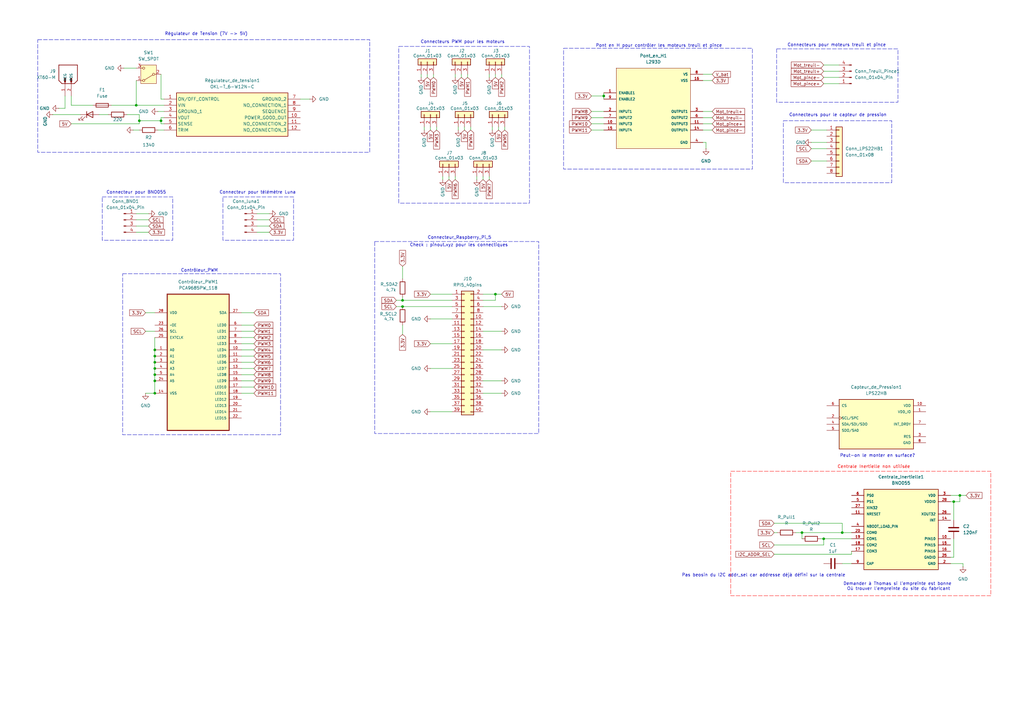
<source format=kicad_sch>
(kicad_sch (version 20250114) (generator "eeschema") (generator_version "9.0")
  (paper "A3")
  (title_block (title "Schéma de la carte électronique principale - Projet COBRA 2025") (date "2025-11-28") (company "ENS Paris-Saclay - Anis SAMLALI, Matisse Morote--Humbert, Lucie Stagnavo, Lisa Wu"))
  (rectangle (start 321.31 49.53) (end 365.76 74.93) (stroke (width 0) (type dash)))
  (rectangle (start 70.866 97.536) (end 70.866 97.536))
  (rectangle (start 120.396 97.536) (end 120.396 97.536))
  (rectangle (start 163.576 19.05) (end 217.17 83.312) (stroke (width 0) (type dash)))
  (rectangle (start 231.14 19.812) (end 308.61 69.342) (stroke (width 0) (type dash)))
  (rectangle (start 318.516 20.066) (end 368.3 41.91) (stroke (width 0) (type dash)))
  (rectangle (start 299.72 193.294) (end 406.4 244.348) (stroke (width 0) (type dash) (color 254 0 0 1)))
  (rectangle (start 50.292 112.268) (end 115.062 178.308) (stroke (width 0) (type dash)))
  (rectangle (start 15.494 16.256) (end 151.638 62.484) (stroke (width 0) (type dash)))
  (rectangle (start 91.44 80.772) (end 120.396 98.552) (stroke (width 0) (type dash)))
  (rectangle (start 41.91 80.772) (end 70.866 98.552) (stroke (width 0) (type dash)))
  (rectangle (start 153.67 99.06) (end 220.98 177.8) (stroke (width 0) (type dash)))
  (text "Pas beosin du I2C addr_sel car addresse déjà défini sur la centrale\n" (at 313.182 235.966 0) (effects (font (size 1.27 1.27))))
  (text "Pont en H pour contrôler les moteurs treuil et pince\n" (at 270.256 18.796 0) (effects (font (size 1.27 1.27))))
  (text "Connecteur_Raspberry_Pi_5\n" (at 188.468 97.536 0) (effects (font (size 1.27 1.27))))
  (text "Connecteurs PWM pour les moteurs \n" (at 190.246 17.272 0) (effects (font (size 1.27 1.27))))
  (text "Check : pinout.xyz pour les connectiques\n" (at 188.214 100.584 0) (effects (font (size 1.27 1.27))))
  (text "Régulateur de Tension (7V -> 5V)\n" (at 84.582 13.97 0) (effects (font (size 1.27 1.27))))
  (text "Connecteurs pour le capteur de pression\n" (at 343.662 47.244 0) (effects (font (size 1.27 1.27))))
  (text "Contrôleur_PWM\n" (at 81.788 110.998 0) (effects (font (size 1.27 1.27))))
  (text "Centrale Inertielle non utilisée\n" (at 358.394 191.516 0) (effects (font (size 1.27 1.27))))
  (text "Connecteurs pour moteurs treuil et pince" (at 343.154 18.542 0) (effects (font (size 1.27 1.27))))
  (text "Connecteur pour BNO055\n" (at 55.88 78.994 0) (effects (font (size 1.27 1.27))))
  (text "Demander à Thomas si l'empreinte est bonne \nOù trouver l'empreinte du site du fabricant\n" (at 368.554 240.538 0) (effects (font (size 1.27 1.27))))
  (text "Peut-on le monter en surface?" (at 359.918 186.944 0) (effects (font (size 1.27 1.27))))
  (text "Connecteur pour télémètre Luna\n\n\n" (at 105.664 81.026 0) (effects (font (size 1.27 1.27))))
  (junction (at 63.5 146.05))
  (junction (at 63.5 156.21))
  (junction (at 393.7 203.2))
  (junction (at 328.93 218.44))
  (junction (at 55.88 43.18))
  (junction (at 345.44 218.44))
  (junction (at 203.2 120.65))
  (junction (at 63.5 143.51))
  (junction (at 63.5 153.67))
  (junction (at 165.1 123.19))
  (junction (at 391.16 205.74))
  (junction (at 57.15 49.53))
  (junction (at 165.1 125.73))
  (junction (at 63.5 161.29))
  (junction (at 66.04 49.53))
  (junction (at 247.65 39.37))
  (junction (at 337.82 220.98))
  (junction (at 63.5 148.59))
  (junction (at 63.5 151.13))
  (wire (pts (xy 123.19 40.64) (xy 127 40.64)))
  (wire (pts (xy 59.69 128.27) (xy 63.5 128.27)))
  (wire (pts (xy 165.1 123.19) (xy 165.1 121.92)))
  (wire (pts (xy 332.74 58.42) (xy 339.09 58.42)))
  (wire (pts (xy 66.04 49.53) (xy 66.04 50.8)))
  (wire (pts (xy 165.1 109.22) (xy 165.1 114.3)))
  (wire (pts (xy 337.82 220.98) (xy 337.82 223.52)))
  (wire (pts (xy 105.41 92.71) (xy 110.49 92.71)))
  (wire (pts (xy 337.82 34.29) (xy 344.17 34.29)))
  (wire (pts (xy 172.72 30.48) (xy 172.72 31.75)))
  (wire (pts (xy 99.06 153.67) (xy 104.14 153.67)))
  (wire (pts (xy 99.06 158.75) (xy 104.14 158.75)))
  (wire (pts (xy 59.69 161.29) (xy 63.5 161.29)))
  (wire (pts (xy 337.82 29.21) (xy 344.17 29.21)))
  (wire (pts (xy 66.04 48.26) (xy 67.31 48.26)))
  (wire (pts (xy 389.89 203.2) (xy 393.7 203.2)))
  (wire (pts (xy 204.47 52.07) (xy 204.47 53.34)))
  (wire (pts (xy 29.21 43.18) (xy 38.1 43.18)))
  (wire (pts (xy 67.31 50.8) (xy 66.04 50.8)))
  (wire (pts (xy 337.82 220.98) (xy 349.25 220.98)))
  (wire (pts (xy 165.1 123.19) (xy 185.42 123.19)))
  (wire (pts (xy 187.96 52.07) (xy 187.96 53.34)))
  (wire (pts (xy 165.1 133.35) (xy 165.1 137.16)))
  (wire (pts (xy 175.26 30.48) (xy 175.26 31.75)))
  (wire (pts (xy 66.04 30.48) (xy 66.04 40.64)))
  (wire (pts (xy 336.55 220.98) (xy 337.82 220.98)))
  (wire (pts (xy 99.06 140.97) (xy 104.14 140.97)))
  (wire (pts (xy 29.21 50.8) (xy 57.15 50.8)))
  (wire (pts (xy 66.04 48.26) (xy 66.04 49.53)))
  (wire (pts (xy 191.77 30.48) (xy 191.77 31.75)))
  (wire (pts (xy 288.29 50.8) (xy 292.1 50.8)))
  (wire (pts (xy 63.5 143.51) (xy 63.5 146.05)))
  (wire (pts (xy 242.57 39.37) (xy 247.65 39.37)))
  (wire (pts (xy 349.25 227.33) (xy 349.25 226.06)))
  (wire (pts (xy 394.97 231.14) (xy 394.97 232.41)))
  (wire (pts (xy 332.74 60.96) (xy 339.09 60.96)))
  (wire (pts (xy 242.57 45.72) (xy 247.65 45.72)))
  (wire (pts (xy 198.12 123.19) (xy 203.2 123.19)))
  (wire (pts (xy 195.58 72.39) (xy 195.58 73.66)))
  (wire (pts (xy 242.57 53.34) (xy 247.65 53.34)))
  (wire (pts (xy 205.74 30.48) (xy 205.74 31.75)))
  (wire (pts (xy 198.12 135.89) (xy 205.74 135.89)))
  (wire (pts (xy 177.8 30.48) (xy 177.8 31.75)))
  (wire (pts (xy 63.5 156.21) (xy 63.5 161.29)))
  (wire (pts (xy 59.69 135.89) (xy 63.5 135.89)))
  (wire (pts (xy 66.04 40.64) (xy 67.31 40.64)))
  (wire (pts (xy 99.06 146.05) (xy 104.14 146.05)))
  (wire (pts (xy 391.16 213.36) (xy 391.16 205.74)))
  (wire (pts (xy 50.8 27.94) (xy 55.88 27.94)))
  (wire (pts (xy 345.44 218.44) (xy 349.25 218.44)))
  (wire (pts (xy 198.12 161.29) (xy 205.74 161.29)))
  (wire (pts (xy 63.5 148.59) (xy 63.5 151.13)))
  (wire (pts (xy 189.23 30.48) (xy 189.23 31.75)))
  (wire (pts (xy 162.56 123.19) (xy 165.1 123.19)))
  (wire (pts (xy 317.5 214.63) (xy 345.44 214.63)))
  (wire (pts (xy 63.5 151.13) (xy 63.5 153.67)))
  (wire (pts (xy 57.15 46.99) (xy 57.15 49.53)))
  (wire (pts (xy 44.45 46.99) (xy 40.64 46.99)))
  (wire (pts (xy 198.12 143.51) (xy 205.74 143.51)))
  (wire (pts (xy 186.69 72.39) (xy 186.69 73.66)))
  (wire (pts (xy 176.53 151.13) (xy 185.42 151.13)))
  (wire (pts (xy 57.15 49.53) (xy 57.15 50.8)))
  (wire (pts (xy 203.2 120.65) (xy 205.74 120.65)))
  (wire (pts (xy 55.88 43.18) (xy 67.31 43.18)))
  (wire (pts (xy 55.88 33.02) (xy 55.88 43.18)))
  (wire (pts (xy 288.29 58.42) (xy 289.56 58.42)))
  (wire (pts (xy 193.04 52.07) (xy 193.04 53.34)))
  (wire (pts (xy 247.65 38.1) (xy 247.65 39.37)))
  (wire (pts (xy 29.21 43.18) (xy 29.21 39.37)))
  (wire (pts (xy 242.57 48.26) (xy 247.65 48.26)))
  (wire (pts (xy 288.29 48.26) (xy 292.1 48.26)))
  (wire (pts (xy 391.16 205.74) (xy 393.7 205.74)))
  (wire (pts (xy 393.7 203.2) (xy 396.24 203.2)))
  (wire (pts (xy 33.02 46.99) (xy 21.59 46.99)))
  (wire (pts (xy 317.5 227.33) (xy 349.25 227.33)))
  (wire (pts (xy 55.88 92.71) (xy 60.96 92.71)))
  (wire (pts (xy 173.99 52.07) (xy 173.99 53.34)))
  (wire (pts (xy 201.93 52.07) (xy 201.93 53.34)))
  (wire (pts (xy 198.12 156.21) (xy 205.74 156.21)))
  (wire (pts (xy 389.89 231.14) (xy 394.97 231.14)))
  (wire (pts (xy 176.53 130.81) (xy 185.42 130.81)))
  (wire (pts (xy 198.12 72.39) (xy 198.12 73.66)))
  (wire (pts (xy 207.01 52.07) (xy 207.01 53.34)))
  (wire (pts (xy 337.82 31.75) (xy 344.17 31.75)))
  (wire (pts (xy 176.53 120.65) (xy 185.42 120.65)))
  (wire (pts (xy 99.06 151.13) (xy 104.14 151.13)))
  (wire (pts (xy 99.06 143.51) (xy 104.14 143.51)))
  (wire (pts (xy 64.77 45.72) (xy 67.31 45.72)))
  (wire (pts (xy 190.5 52.07) (xy 190.5 53.34)))
  (wire (pts (xy 55.88 95.25) (xy 60.96 95.25)))
  (wire (pts (xy 162.56 125.73) (xy 165.1 125.73)))
  (wire (pts (xy 179.07 52.07) (xy 179.07 53.34)))
  (wire (pts (xy 52.07 46.99) (xy 57.15 46.99)))
  (wire (pts (xy 242.57 50.8) (xy 247.65 50.8)))
  (wire (pts (xy 200.66 72.39) (xy 200.66 73.66)))
  (wire (pts (xy 63.5 146.05) (xy 63.5 148.59)))
  (wire (pts (xy 332.74 66.04) (xy 339.09 66.04)))
  (wire (pts (xy 99.06 133.35) (xy 104.14 133.35)))
  (wire (pts (xy 99.06 138.43) (xy 104.14 138.43)))
  (wire (pts (xy 176.53 140.97) (xy 185.42 140.97)))
  (wire (pts (xy 328.93 218.44) (xy 345.44 218.44)))
  (wire (pts (xy 288.29 30.48) (xy 292.1 30.48)))
  (wire (pts (xy 45.72 43.18) (xy 55.88 43.18)))
  (wire (pts (xy 105.41 90.17) (xy 110.49 90.17)))
  (wire (pts (xy 247.65 39.37) (xy 247.65 40.64)))
  (wire (pts (xy 105.41 95.25) (xy 110.49 95.25)))
  (wire (pts (xy 26.67 39.37) (xy 26.67 44.45)))
  (wire (pts (xy 391.16 220.98) (xy 391.16 228.6)))
  (wire (pts (xy 203.2 123.19) (xy 203.2 120.65)))
  (wire (pts (xy 63.5 153.67) (xy 63.5 156.21)))
  (wire (pts (xy 332.74 53.34) (xy 339.09 53.34)))
  (wire (pts (xy 63.5 138.43) (xy 63.5 143.51)))
  (wire (pts (xy 26.67 44.45) (xy 24.13 44.45)))
  (wire (pts (xy 186.69 30.48) (xy 186.69 31.75)))
  (wire (pts (xy 200.66 30.48) (xy 200.66 31.75)))
  (wire (pts (xy 317.5 223.52) (xy 337.82 223.52)))
  (wire (pts (xy 55.88 87.63) (xy 60.96 87.63)))
  (wire (pts (xy 198.12 120.65) (xy 203.2 120.65)))
  (wire (pts (xy 326.39 218.44) (xy 328.93 218.44)))
  (wire (pts (xy 393.7 205.74) (xy 393.7 203.2)))
  (wire (pts (xy 99.06 148.59) (xy 104.14 148.59)))
  (wire (pts (xy 288.29 45.72) (xy 292.1 45.72)))
  (wire (pts (xy 105.41 87.63) (xy 110.49 87.63)))
  (wire (pts (xy 54.61 53.34) (xy 57.15 53.34)))
  (wire (pts (xy 337.82 26.67) (xy 344.17 26.67)))
  (wire (pts (xy 99.06 135.89) (xy 104.14 135.89)))
  (wire (pts (xy 288.29 33.02) (xy 292.1 33.02)))
  (wire (pts (xy 198.12 125.73) (xy 205.74 125.73)))
  (wire (pts (xy 57.15 49.53) (xy 66.04 49.53)))
  (wire (pts (xy 165.1 125.73) (xy 185.42 125.73)))
  (wire (pts (xy 391.16 228.6) (xy 389.89 228.6)))
  (wire (pts (xy 289.56 58.42) (xy 289.56 60.96)))
  (wire (pts (xy 328.93 218.44) (xy 328.93 220.98)))
  (wire (pts (xy 389.89 205.74) (xy 391.16 205.74)))
  (wire (pts (xy 99.06 128.27) (xy 104.14 128.27)))
  (wire (pts (xy 345.44 231.14) (xy 349.25 231.14)))
  (wire (pts (xy 99.06 156.21) (xy 104.14 156.21)))
  (wire (pts (xy 176.53 52.07) (xy 176.53 53.34)))
  (wire (pts (xy 64.77 53.34) (xy 67.31 53.34)))
  (wire (pts (xy 203.2 30.48) (xy 203.2 31.75)))
  (wire (pts (xy 99.06 161.29) (xy 104.14 161.29)))
  (wire (pts (xy 345.44 214.63) (xy 345.44 218.44)))
  (wire (pts (xy 55.88 90.17) (xy 60.96 90.17)))
  (wire (pts (xy 176.53 168.91) (xy 185.42 168.91)))
  (wire (pts (xy 184.15 72.39) (xy 184.15 73.66)))
  (wire (pts (xy 317.5 218.44) (xy 318.77 218.44)))
  (wire (pts (xy 288.29 53.34) (xy 292.1 53.34)))
  (wire (pts (xy 181.61 72.39) (xy 181.61 73.66)))
  (global_label "Mot_pince-" (shape input) (at 292.1 53.34 0) (property "Intersheetrefs" "${INTERSHEET_REFS}" (effects (hide yes))))
  (global_label "3.3V" (shape input) (at 110.49 95.25 0) (property "Intersheetrefs" "${INTERSHEET_REFS}" (effects (hide yes))))
  (global_label "PWM3" (shape input) (at 104.14 140.97 0) (property "Intersheetrefs" "${INTERSHEET_REFS}" (effects (hide yes))))
  (global_label "5V" (shape input) (at 190.5 53.34 270) (property "Intersheetrefs" "${INTERSHEET_REFS}" (effects (hide yes))))
  (global_label "PWM0" (shape input) (at 177.8 31.75 270) (property "Intersheetrefs" "${INTERSHEET_REFS}" (effects (hide yes))))
  (global_label "5V" (shape input) (at 175.26 31.75 270) (property "Intersheetrefs" "${INTERSHEET_REFS}" (effects (hide yes))))
  (global_label "PWM7" (shape input) (at 200.66 73.66 270) (property "Intersheetrefs" "${INTERSHEET_REFS}" (effects (hide yes))))
  (global_label "PWM4" (shape input) (at 193.04 53.34 270) (property "Intersheetrefs" "${INTERSHEET_REFS}" (effects (hide yes))))
  (global_label "PWM3" (shape input) (at 179.07 53.34 270) (property "Intersheetrefs" "${INTERSHEET_REFS}" (effects (hide yes))))
  (global_label "SDA" (shape input) (at 104.14 128.27 0) (property "Intersheetrefs" "${INTERSHEET_REFS}" (effects (hide yes))))
  (global_label "3.3V" (shape input) (at 165.1 109.22 90) (property "Intersheetrefs" "${INTERSHEET_REFS}" (effects (hide yes))))
  (global_label "PWM8" (shape input) (at 104.14 153.67 0) (property "Intersheetrefs" "${INTERSHEET_REFS}" (effects (hide yes))))
  (global_label "5V" (shape input) (at 189.23 31.75 270) (property "Intersheetrefs" "${INTERSHEET_REFS}" (effects (hide yes))))
  (global_label "PWM0" (shape input) (at 104.14 133.35 0) (property "Intersheetrefs" "${INTERSHEET_REFS}" (effects (hide yes))))
  (global_label "I2C_ADDR_SEL" (shape input) (at 317.5 227.33 180) (property "Intersheetrefs" "${INTERSHEET_REFS}" (effects (hide yes))))
  (global_label "SCL" (shape input) (at 110.49 90.17 0) (property "Intersheetrefs" "${INTERSHEET_REFS}" (effects (hide yes))))
  (global_label "PWM9" (shape input) (at 104.14 156.21 0) (property "Intersheetrefs" "${INTERSHEET_REFS}" (effects (hide yes))))
  (global_label "SDA" (shape input) (at 332.74 66.04 180) (property "Intersheetrefs" "${INTERSHEET_REFS}" (effects (hide yes))))
  (global_label "SDA" (shape input) (at 317.5 214.63 180) (property "Intersheetrefs" "${INTERSHEET_REFS}" (effects (hide yes))))
  (global_label "SCL" (shape input) (at 317.5 223.52 180) (property "Intersheetrefs" "${INTERSHEET_REFS}" (effects (hide yes))))
  (global_label "3.3V" (shape input) (at 317.5 218.44 180) (property "Intersheetrefs" "${INTERSHEET_REFS}" (effects (hide yes))))
  (global_label "PWM5" (shape input) (at 104.14 146.05 0) (property "Intersheetrefs" "${INTERSHEET_REFS}" (effects (hide yes))))
  (global_label "Mot_treuil-" (shape input) (at 292.1 48.26 0) (property "Intersheetrefs" "${INTERSHEET_REFS}" (effects (hide yes))))
  (global_label "SCL" (shape input) (at 59.69 135.89 180) (property "Intersheetrefs" "${INTERSHEET_REFS}" (effects (hide yes))))
  (global_label "5V" (shape input) (at 204.47 53.34 270) (property "Intersheetrefs" "${INTERSHEET_REFS}" (effects (hide yes))))
  (global_label "PWM1" (shape input) (at 104.14 135.89 0) (property "Intersheetrefs" "${INTERSHEET_REFS}" (effects (hide yes))))
  (global_label "PWM4" (shape input) (at 104.14 143.51 0) (property "Intersheetrefs" "${INTERSHEET_REFS}" (effects (hide yes))))
  (global_label "PWM10" (shape input) (at 242.57 50.8 180) (property "Intersheetrefs" "${INTERSHEET_REFS}" (effects (hide yes))))
  (global_label "PWM2" (shape input) (at 104.14 138.43 0) (property "Intersheetrefs" "${INTERSHEET_REFS}" (effects (hide yes))))
  (global_label "SCL" (shape input) (at 332.74 60.96 180) (property "Intersheetrefs" "${INTERSHEET_REFS}" (effects (hide yes))))
  (global_label "3.3V" (shape input) (at 176.53 140.97 180) (property "Intersheetrefs" "${INTERSHEET_REFS}" (effects (hide yes))))
  (global_label "3.3V" (shape input) (at 59.69 128.27 180) (property "Intersheetrefs" "${INTERSHEET_REFS}" (effects (hide yes))))
  (global_label "PWM5" (shape input) (at 207.01 53.34 270) (property "Intersheetrefs" "${INTERSHEET_REFS}" (effects (hide yes))))
  (global_label "SDA" (shape input) (at 162.56 123.19 180) (property "Intersheetrefs" "${INTERSHEET_REFS}" (effects (hide yes))))
  (global_label "Mot_pince-" (shape input) (at 337.82 31.75 180) (property "Intersheetrefs" "${INTERSHEET_REFS}" (effects (hide yes))))
  (global_label "PWM2" (shape input) (at 205.74 31.75 270) (property "Intersheetrefs" "${INTERSHEET_REFS}" (effects (hide yes))))
  (global_label "Mot_treuil-" (shape input) (at 337.82 26.67 180) (property "Intersheetrefs" "${INTERSHEET_REFS}" (effects (hide yes))))
  (global_label "PWM8" (shape input) (at 242.57 45.72 180) (property "Intersheetrefs" "${INTERSHEET_REFS}" (effects (hide yes))))
  (global_label "5V" (shape input) (at 203.2 31.75 270) (property "Intersheetrefs" "${INTERSHEET_REFS}" (effects (hide yes))))
  (global_label "PWM11" (shape input) (at 104.14 161.29 0) (property "Intersheetrefs" "${INTERSHEET_REFS}" (effects (hide yes))))
  (global_label "3.3V" (shape input) (at 292.1 33.02 0) (property "Intersheetrefs" "${INTERSHEET_REFS}" (effects (hide yes))))
  (global_label "PWM1" (shape input) (at 191.77 31.75 270) (property "Intersheetrefs" "${INTERSHEET_REFS}" (effects (hide yes))))
  (global_label "5V" (shape input) (at 205.74 120.65 0) (property "Intersheetrefs" "${INTERSHEET_REFS}" (effects (hide yes))))
  (global_label "PWM7" (shape input) (at 104.14 151.13 0) (property "Intersheetrefs" "${INTERSHEET_REFS}" (effects (hide yes))))
  (global_label "5V" (shape input) (at 198.12 73.66 270) (property "Intersheetrefs" "${INTERSHEET_REFS}" (effects (hide yes))))
  (global_label "5V" (shape input) (at 29.21 50.8 180) (property "Intersheetrefs" "${INTERSHEET_REFS}" (effects (hide yes))))
  (global_label "SDA" (shape input) (at 110.49 92.71 0) (property "Intersheetrefs" "${INTERSHEET_REFS}" (effects (hide yes))))
  (global_label "SCL" (shape input) (at 60.96 90.17 0) (property "Intersheetrefs" "${INTERSHEET_REFS}" (effects (hide yes))))
  (global_label "5V" (shape input) (at 176.53 53.34 270) (property "Intersheetrefs" "${INTERSHEET_REFS}" (effects (hide yes))))
  (global_label "3.3V" (shape input) (at 165.1 137.16 270) (property "Intersheetrefs" "${INTERSHEET_REFS}" (effects (hide yes))))
  (global_label "PWM6" (shape input) (at 104.14 148.59 0) (property "Intersheetrefs" "${INTERSHEET_REFS}" (effects (hide yes))))
  (global_label "Mot_pince+" (shape input) (at 292.1 50.8 0) (property "Intersheetrefs" "${INTERSHEET_REFS}" (effects (hide yes))))
  (global_label "3.3V" (shape input) (at 396.24 203.2 0) (property "Intersheetrefs" "${INTERSHEET_REFS}" (effects (hide yes))))
  (global_label "3.3V" (shape input) (at 176.53 120.65 180) (property "Intersheetrefs" "${INTERSHEET_REFS}" (effects (hide yes))))
  (global_label "Mot_pince+" (shape input) (at 337.82 34.29 180) (property "Intersheetrefs" "${INTERSHEET_REFS}" (effects (hide yes))))
  (global_label "Mot_treuil+" (shape input) (at 337.82 29.21 180) (property "Intersheetrefs" "${INTERSHEET_REFS}" (effects (hide yes))))
  (global_label "3.3V" (shape input) (at 60.96 95.25 0) (property "Intersheetrefs" "${INTERSHEET_REFS}" (effects (hide yes))))
  (global_label "3.3V" (shape input) (at 242.57 39.37 180) (property "Intersheetrefs" "${INTERSHEET_REFS}" (effects (hide yes))))
  (global_label "3.3V" (shape input) (at 332.74 53.34 180) (property "Intersheetrefs" "${INTERSHEET_REFS}" (effects (hide yes))))
  (global_label "PWM6" (shape input) (at 186.69 73.66 270) (property "Intersheetrefs" "${INTERSHEET_REFS}" (effects (hide yes))))
  (global_label "PWM9" (shape input) (at 242.57 48.26 180) (property "Intersheetrefs" "${INTERSHEET_REFS}" (effects (hide yes))))
  (global_label "PWM10" (shape input) (at 104.14 158.75 0) (property "Intersheetrefs" "${INTERSHEET_REFS}" (effects (hide yes))))
  (global_label "PWM11" (shape input) (at 242.57 53.34 180) (property "Intersheetrefs" "${INTERSHEET_REFS}" (effects (hide yes))))
  (global_label "5V" (shape input) (at 184.15 73.66 270) (property "Intersheetrefs" "${INTERSHEET_REFS}" (effects (hide yes))))
  (global_label "V_bat" (shape input) (at 292.1 30.48 0) (property "Intersheetrefs" "${INTERSHEET_REFS}" (effects (hide yes))))
  (global_label "Mot_treuil+" (shape input) (at 292.1 45.72 0) (property "Intersheetrefs" "${INTERSHEET_REFS}" (effects (hide yes))))
  (global_label "SDA" (shape input) (at 60.96 92.71 0) (property "Intersheetrefs" "${INTERSHEET_REFS}" (effects (hide yes))))
  (global_label "SCL" (shape input) (at 162.56 125.73 180) (property "Intersheetrefs" "${INTERSHEET_REFS}" (effects (hide yes))))
  (symbol (lib_id "Librairie_symbole:LPS22HB") (at 359.41 173.99 0) (unit 1) (on_board no)
    (property "Reference" "Capteur_de_Pression1" (at 359.41 158.75 0))
    (property "Value" "LPS22HB" (at 359.41 161.29 0))
    (property "Footprint" "LPS22HB:LGA10R50P2X3_200X200X80" (effects (hide yes)))
    (property "MF" "STMicroelectronics" (effects (hide yes)))
    (property "Description_1" "Pressure Sensor 3.77PSI ~ 18.27PSI (26kPa ~ 126kPa) Absolute  24 b 10-WFLGA Exposed Pad" (effects (hide yes)))
    (property "Package" "WFLGA-10 STMicroelectronics" (effects (hide yes)))
    (property "Price" "None" (effects (hide yes)))
    (property "Check_prices" "https://www.snapeda.com/parts/LPS22HB/STMicroelectronics/view-part/?ref=eda" (effects (hide yes)))
    (property "SnapEDA_Link" "https://www.snapeda.com/parts/LPS22HB/STMicroelectronics/view-part/?ref=snap" (effects (hide yes)))
    (property "MP" "LPS22HB" (effects (hide yes)))
    (property "Availability" "In Stock" (effects (hide yes)))
    (property "MANUFACTURER" "ST Microelectronics" (effects (hide yes)))
  )
  (symbol (lib_id "Device:R") (at 322.58 218.44 90) (unit 1) (on_board no)
    (property "Reference" "R_Pull1" (at 322.58 212.09 90))
    (property "Value" "R" (at 322.58 214.63 90))
    (property "Description" "Resistor" (effects (hide yes)))
  )
  (symbol (lib_id "Device:LED") (at 36.83 46.99 0) (unit 1)
    (property "Reference" "D1" (effects (hide yes)))
    (property "Value" "LED" (effects (hide yes)))
    (property "Footprint" "LED_SMD:LED_0805_2012Metric" (effects (hide yes)))
    (property "Description" "Light emitting diode" (effects (hide yes)))
    (property "Sim.Pins" "1=K 2=A" (effects (hide yes)))
  )
  (symbol (lib_id "power:GND") (at 205.74 125.73 90) (unit 1) (on_board no)
    (property "Reference" "#PWR022" (effects (hide yes)))
    (property "Value" "GND" (at 209.55 125.7299 90) (effects (justify right)))
    (property "Description" "Power symbol creates a global label with name \"GND\" , ground" (effects (hide yes)))
  )
  (symbol (lib_id "power:GND") (at 127 40.64 90) (unit 1)
    (property "Reference" "#PWR01" (effects (hide yes)))
    (property "Value" "GND" (at 130.81 40.6399 90) (effects (justify right)))
    (property "Description" "Power symbol creates a global label with name \"GND\" , ground" (effects (hide yes)))
  )
  (symbol (lib_id "power:GND") (at 205.74 156.21 90) (unit 1) (on_board no)
    (property "Reference" "#PWR027" (effects (hide yes)))
    (property "Value" "GND" (at 209.55 156.2099 90) (effects (justify right)))
    (property "Description" "Power symbol creates a global label with name \"GND\" , ground" (effects (hide yes)))
  )
  (symbol (lib_id "Device:R") (at 332.74 220.98 90) (unit 1) (on_board no)
    (property "Reference" "R_Pull2" (at 332.74 214.63 90))
    (property "Value" "R" (at 332.74 217.17 90))
    (property "Description" "Resistor" (effects (hide yes)))
  )
  (symbol (lib_id "power:GND") (at 59.69 161.29 0) (unit 1)
    (property "Reference" "#PWR08" (effects (hide yes)))
    (property "Value" "GND" (at 59.69 166.37 0))
    (property "Description" "Power symbol creates a global label with name \"GND\" , ground" (effects (hide yes)))
  )
  (symbol (lib_id "power:GND") (at 50.8 27.94 270) (unit 1)
    (property "Reference" "#PWR02" (effects (hide yes)))
    (property "Value" "GND" (at 46.99 27.9399 90) (effects (justify right)))
    (property "Description" "Power symbol creates a global label with name \"GND\" , ground" (effects (hide yes)))
  )
  (symbol (lib_id "power:GND") (at 205.74 143.51 90) (unit 1) (on_board no)
    (property "Reference" "#PWR025" (effects (hide yes)))
    (property "Value" "GND" (at 209.55 143.5099 90) (effects (justify right)))
    (property "Description" "Power symbol creates a global label with name \"GND\" , ground" (effects (hide yes)))
  )
  (symbol (lib_id "power:GND") (at 195.58 73.66 0) (unit 1)
    (property "Reference" "#PWR017" (effects (hide yes)))
    (property "Value" "GND" (at 195.58 78.74 90))
    (property "Description" "Power symbol creates a global label with name \"GND\" , ground" (effects (hide yes)))
  )
  (symbol (lib_id "Device:C") (at 341.63 231.14 90) (unit 1) (on_board no)
    (property "Reference" "C1" (at 341.63 223.52 90))
    (property "Value" "1uF" (at 341.63 226.06 90))
    (property "Description" "Unpolarized capacitor" (effects (hide yes)))
  )
  (symbol (lib_id "Connector_Generic:Conn_01x03") (at 175.26 25.4 90) (unit 1)
    (property "Reference" "J1" (at 174.244 20.828 90) (effects (justify right)))
    (property "Value" "Conn_01x03" (at 169.418 22.86 90) (effects (justify right)))
    (property "Footprint" "Connector_PinHeader_2.54mm:PinHeader_1x03_P2.54mm_Vertical" (effects (hide yes)))
    (property "Description" "Generic connector, single row, 01x03, script generated (kicad-library-utils/schlib/autogen/connector/)" (effects (hide yes)))
  )
  (symbol (lib_id "Connector_Generic:Conn_01x03") (at 184.15 67.31 90) (unit 1)
    (property "Reference" "J7" (at 183.134 62.738 90) (effects (justify right)))
    (property "Value" "Conn_01x03" (at 178.308 64.77 90) (effects (justify right)))
    (property "Footprint" "Connector_PinHeader_2.54mm:PinHeader_1x03_P2.54mm_Vertical" (effects (hide yes)))
    (property "Description" "Generic connector, single row, 01x03, script generated (kicad-library-utils/schlib/autogen/connector/)" (effects (hide yes)))
  )
  (symbol (lib_id "Device:R") (at 60.96 53.34 270) (unit 1)
    (property "Reference" "R2" (at 60.96 56.388 90))
    (property "Value" "1340" (at 60.96 59.436 90))
    (property "Footprint" "Resistor_SMD:R_1206_3216Metric_Pad1.30x1.75mm_HandSolder" (effects (hide yes)))
    (property "Description" "Resistor" (effects (hide yes)))
  )
  (symbol (lib_id "power:GND") (at 64.77 45.72 270) (unit 1)
    (property "Reference" "#PWR06" (effects (hide yes)))
    (property "Value" "GND" (at 60.96 45.7199 90) (effects (justify right)))
    (property "Description" "Power symbol creates a global label with name \"GND\" , ground" (effects (hide yes)))
  )
  (symbol (lib_id "power:GND") (at 201.93 53.34 0) (unit 1)
    (property "Reference" "#PWR015" (effects (hide yes)))
    (property "Value" "GND" (at 201.93 58.42 90))
    (property "Description" "Power symbol creates a global label with name \"GND\" , ground" (effects (hide yes)))
  )
  (symbol (lib_id "Device:R") (at 165.1 118.11 0) (unit 1)
    (property "Reference" "R_SDA2" (at 155.956 116.586 0) (effects (justify left)))
    (property "Value" "4,7k" (at 158.242 118.872 0) (effects (justify left)))
    (property "Footprint" "Resistor_SMD:R_1206_3216Metric_Pad1.30x1.75mm_HandSolder" (effects (hide yes)))
    (property "Description" "Resistor" (effects (hide yes)))
  )
  (symbol (lib_id "Device:R") (at 48.26 46.99 90) (unit 1)
    (property "Reference" "R1" (effects (hide yes)))
    (property "Value" "220" (at 48.26 49.022 90))
    (property "Footprint" "Resistor_SMD:R_1206_3216Metric_Pad1.30x1.75mm_HandSolder" (effects (hide yes)))
    (property "Description" "Resistor" (effects (hide yes)))
  )
  (symbol (lib_id "Connector_Generic:Conn_01x03") (at 203.2 25.4 90) (unit 1)
    (property "Reference" "J3" (at 202.184 20.828 90) (effects (justify right)))
    (property "Value" "Conn_01x03" (at 197.358 22.86 90) (effects (justify right)))
    (property "Footprint" "Connector_PinHeader_2.54mm:PinHeader_1x03_P2.54mm_Vertical" (effects (hide yes)))
    (property "Description" "Generic connector, single row, 01x03, script generated (kicad-library-utils/schlib/autogen/connector/)" (effects (hide yes)))
  )
  (symbol (lib_id "Switch:SW_SPDT") (at 60.96 30.48 180) (unit 1)
    (property "Reference" "SW1" (at 60.96 21.59 0))
    (property "Value" "SW_SPDT" (at 60.96 24.13 0))
    (property "Footprint" "Button_Switch_THT:SW_Slide_SPDT_Straight_CK_OS102011MS2Q" (effects (hide yes)))
    (property "Description" "Switch, single pole double throw" (effects (hide yes)))
  )
  (symbol (lib_id "power:GND") (at 205.74 135.89 90) (unit 1) (on_board no)
    (property "Reference" "#PWR024" (effects (hide yes)))
    (property "Value" "GND" (at 209.55 135.8899 90) (effects (justify right)))
    (property "Description" "Power symbol creates a global label with name \"GND\" , ground" (effects (hide yes)))
  )
  (symbol (lib_id "Librairie_symbole:BNO055") (at 369.57 215.9 0) (unit 1) (on_board no)
    (property "Reference" "Centrale_Inertielle1" (at 369.57 195.58 0))
    (property "Value" "BNO055" (at 369.57 198.12 0))
    (property "Footprint" "BNO055:LGA28R50P4X10_380X520X100" (effects (hide yes)))
    (property "MF" "Bosch" (effects (hide yes)))
    (property "Description_1" "BNO055 series Accelerometer, Gyroscope, Magnetometer, 3 Axis Sensor Evaluation Board" (effects (hide yes)))
    (property "Package" "LGA-28 Bosch" (effects (hide yes)))
    (property "Price" "None" (effects (hide yes)))
    (property "Check_prices" "https://www.snapeda.com/parts/BNO055/Bosch/view-part/?ref=eda" (effects (hide yes)))
    (property "SnapEDA_Link" "https://www.snapeda.com/parts/BNO055/Bosch/view-part/?ref=snap" (effects (hide yes)))
    (property "MP" "BNO055" (effects (hide yes)))
    (property "Availability" "In Stock" (effects (hide yes)))
    (property "MANUFACTURER" "BOSCH" (effects (hide yes)))
  )
  (symbol (lib_id "power:GND") (at 394.97 232.41 0) (unit 1) (on_board no)
    (property "Reference" "#PWR07" (effects (hide yes)))
    (property "Value" "GND" (at 394.97 237.49 0))
    (property "Description" "Power symbol creates a global label with name \"GND\" , ground" (effects (hide yes)))
  )
  (symbol (lib_id "Connector_Generic:Conn_01x03") (at 176.53 46.99 90) (unit 1)
    (property "Reference" "J4" (at 175.514 42.418 90) (effects (justify right)))
    (property "Value" "Conn_01x03" (at 170.688 44.45 90) (effects (justify right)))
    (property "Footprint" "Connector_PinHeader_2.54mm:PinHeader_1x03_P2.54mm_Vertical" (effects (hide yes)))
    (property "Description" "Generic connector, single row, 01x03, script generated (kicad-library-utils/schlib/autogen/connector/)" (effects (hide yes)))
  )
  (symbol (lib_id "Connector:Conn_01x04_Pin") (at 349.25 31.75 180) (unit 1)
    (property "Reference" "Conn_Treuil_Pince1" (at 350.52 29.2099 0) (effects (justify right)))
    (property "Value" "Conn_01x04_Pin" (at 350.52 31.7499 0) (effects (justify right)))
    (property "Footprint" "Connector_PinSocket_2.54mm:PinSocket_1x04_P2.54mm_Vertical" (effects (hide yes)))
    (property "Description" "Generic connector, single row, 01x04, script generated" (effects (hide yes)))
  )
  (symbol (lib_id "power:GND") (at 60.96 87.63 90) (unit 1)
    (property "Reference" "#PWR018" (effects (hide yes)))
    (property "Value" "GND" (at 64.77 87.6299 90) (effects (justify right)))
    (property "Description" "Power symbol creates a global label with name \"GND\" , ground" (effects (hide yes)))
  )
  (symbol (lib_id "power:GND") (at 172.72 31.75 0) (unit 1)
    (property "Reference" "#PWR010" (effects (hide yes)))
    (property "Value" "GND" (at 172.72 36.83 90))
    (property "Description" "Power symbol creates a global label with name \"GND\" , ground" (effects (hide yes)))
  )
  (symbol (lib_id "power:GND") (at 24.13 44.45 270) (unit 1)
    (property "Reference" "#PWR04" (effects (hide yes)))
    (property "Value" "GND" (at 20.32 44.4499 90) (effects (justify right)))
    (property "Description" "Power symbol creates a global label with name \"GND\" , ground" (effects (hide yes)))
  )
  (symbol (lib_id "power:GND") (at 181.61 73.66 0) (unit 1)
    (property "Reference" "#PWR016" (effects (hide yes)))
    (property "Value" "GND" (at 181.61 78.74 90))
    (property "Description" "Power symbol creates a global label with name \"GND\" , ground" (effects (hide yes)))
  )
  (symbol (lib_id "Connector_Generic:Conn_01x03") (at 190.5 46.99 90) (unit 1)
    (property "Reference" "J5" (at 189.484 42.418 90) (effects (justify right)))
    (property "Value" "Conn_01x03" (at 184.658 44.45 90) (effects (justify right)))
    (property "Footprint" "Connector_PinHeader_2.54mm:PinHeader_1x03_P2.54mm_Vertical" (effects (hide yes)))
    (property "Description" "Generic connector, single row, 01x03, script generated (kicad-library-utils/schlib/autogen/connector/)" (effects (hide yes)))
  )
  (symbol (lib_id "power:GND") (at 289.56 60.96 0) (unit 1)
    (property "Reference" "#PWR09" (effects (hide yes)))
    (property "Value" "GND" (at 289.56 66.04 0))
    (property "Description" "Power symbol creates a global label with name \"GND\" , ground" (effects (hide yes)))
  )
  (symbol (lib_id "Connector:Conn_01x04_Pin") (at 50.8 90.17 0) (unit 1)
    (property "Reference" "Conn_BNO1" (at 51.435 82.55 0))
    (property "Value" "Conn_01x04_Pin" (at 51.435 85.09 0))
    (property "Footprint" "Connector_PinSocket_2.54mm:PinSocket_1x04_P2.54mm_Vertical" (effects (hide yes)))
    (property "Description" "Generic connector, single row, 01x04, script generated" (effects (hide yes)))
  )
  (symbol (lib_id "Connector_Generic:Conn_01x08") (at 344.17 60.96 0) (unit 1)
    (property "Reference" "Conn_LPS22HB1" (at 346.71 60.9599 0) (effects (justify left)))
    (property "Value" "Conn_01x08" (at 346.71 63.4999 0) (effects (justify left)))
    (property "Footprint" "Connector_PinSocket_2.54mm:PinSocket_1x08_P2.54mm_Vertical" (effects (hide yes)))
    (property "Description" "Generic connector, single row, 01x08, script generated (kicad-library-utils/schlib/autogen/connector/)" (effects (hide yes)))
  )
  (symbol (lib_id "Device:R") (at 165.1 129.54 0) (unit 1)
    (property "Reference" "R_SCL2" (at 155.702 128.778 0) (effects (justify left)))
    (property "Value" "4,7k" (at 157.48 130.81 0) (effects (justify left)))
    (property "Footprint" "Resistor_SMD:R_1206_3216Metric_Pad1.30x1.75mm_HandSolder" (effects (hide yes)))
    (property "Description" "Resistor" (effects (hide yes)))
  )
  (symbol (lib_id "power:GND") (at 332.74 58.42 270) (unit 1)
    (property "Reference" "#PWR021" (effects (hide yes)))
    (property "Value" "GND" (at 330.454 58.42 90) (effects (justify right)))
    (property "Description" "Power symbol creates a global label with name \"GND\" , ground" (effects (hide yes)))
  )
  (symbol (lib_id "power:GND") (at 110.49 87.63 90) (unit 1)
    (property "Reference" "#PWR019" (effects (hide yes)))
    (property "Value" "GND" (at 114.3 87.6299 90) (effects (justify right)))
    (property "Description" "Power symbol creates a global label with name \"GND\" , ground" (effects (hide yes)))
  )
  (symbol (lib_id "Device:C") (at 391.16 217.17 180) (unit 1) (on_board no)
    (property "Reference" "C2" (at 394.97 215.8999 0) (effects (justify right)))
    (property "Value" "120nF" (at 394.97 218.4399 0) (effects (justify right)))
    (property "Description" "Unpolarized capacitor" (effects (hide yes)))
  )
  (symbol (lib_id "power:GND") (at 173.99 53.34 0) (unit 1)
    (property "Reference" "#PWR013" (effects (hide yes)))
    (property "Value" "GND" (at 173.99 58.42 90))
    (property "Description" "Power symbol creates a global label with name \"GND\" , ground" (effects (hide yes)))
  )
  (symbol (lib_id "Librairie_symbole:XT60-M") (at 26.67 34.29 270) (mirror x) (unit 1)
    (property "Reference" "J9" (at 22.86 29.2099 90) (effects (justify right)))
    (property "Value" "XT60-M" (at 22.86 31.7499 90) (effects (justify right)))
    (property "Footprint" "Connector_AMASS:AMASS_XT60-F_1x02_P7.20mm_Vertical" (effects (hide yes)))
    (property "MF" "AMASS" (effects (hide yes)))
    (property "MAXIMUM_PACKAGE_HEIGHT" "16.00 mm" (effects (hide yes)))
    (property "Package" "Package" (effects (hide yes)))
    (property "Price" "None" (effects (hide yes)))
    (property "Check_prices" "https://www.snapeda.com/parts/XT60-M/AMASS/view-part/?ref=eda" (effects (hide yes)))
    (property "STANDARD" "IPC 7351B" (effects (hide yes)))
    (property "PARTREV" "V1.2" (effects (hide yes)))
    (property "SnapEDA_Link" "https://www.snapeda.com/parts/XT60-M/AMASS/view-part/?ref=snap" (effects (hide yes)))
    (property "MP" "XT60-M" (effects (hide yes)))
    (property "Description_1" "Plug; DC supply; XT60; male; PIN: 2; for cable; soldered; 30A; 500V" (effects (hide yes)))
    (property "Availability" "In Stock" (effects (hide yes)))
    (property "MANUFACTURER" "AMASS" (effects (hide yes)))
  )
  (symbol (lib_id "Device:Fuse") (at 41.91 43.18 90) (unit 1)
    (property "Reference" "F1" (at 41.91 36.83 90))
    (property "Value" "Fuse" (at 41.91 39.37 90))
    (property "Footprint" "librairie_empreintes:PTF-50" (effects (hide yes)))
    (property "Description" "Fuse" (effects (hide yes)))
  )
  (symbol (lib_id "Connector_Generic:Conn_01x03") (at 198.12 67.31 90) (unit 1)
    (property "Reference" "J8" (at 197.104 62.738 90) (effects (justify right)))
    (property "Value" "Conn_01x03" (at 192.278 64.77 90) (effects (justify right)))
    (property "Footprint" "Connector_PinHeader_2.54mm:PinHeader_1x03_P2.54mm_Vertical" (effects (hide yes)))
    (property "Description" "Generic connector, single row, 01x03, script generated (kicad-library-utils/schlib/autogen/connector/)" (effects (hide yes)))
  )
  (symbol (lib_id "power:GND") (at 176.53 151.13 270) (unit 1) (on_board no)
    (property "Reference" "#PWR026" (effects (hide yes)))
    (property "Value" "GND" (at 172.72 151.1299 90) (effects (justify right)))
    (property "Description" "Power symbol creates a global label with name \"GND\" , ground" (effects (hide yes)))
  )
  (symbol (lib_id "Librairie_symbole:L293D") (at 267.97 43.18 0) (unit 1)
    (property "Reference" "Pont_en_H1" (at 267.97 22.86 0))
    (property "Value" "L293D" (at 267.97 25.4 0))
    (property "Footprint" "Package_DIP:CERDIP-16_W7.62mm_SideBrazed" (effects (hide yes)))
    (property "B_NOM" "0.5" (effects (hide yes)))
    (property "D_MAX" "20.0" (effects (hide yes)))
    (property "E1_NOM" "7.1" (effects (hide yes)))
    (property "B_MIN" "0.5" (effects (hide yes)))
    (property "E1_MIN" "7.1" (effects (hide yes)))
    (property "B_MAX" "0.5" (effects (hide yes)))
    (property "Description_1" "Bipolar Motor Driver - Parallel 16-PowerDIP" (effects (hide yes)))
    (property "Price" "None" (effects (hide yes)))
    (property "ENOM" "2.54" (effects (hide yes)))
    (property "D_NOM" "20.0" (effects (hide yes)))
    (property "A_MAX" "5.1" (effects (hide yes)))
    (property "Package" "DIP-16 STMicroelectronics" (effects (hide yes)))
    (property "A_NOM" "5.1" (effects (hide yes)))
    (property "Check_prices" "https://www.snapeda.com/parts/L293D/STMicroelectronics/view-part/?ref=eda" (effects (hide yes)))
    (property "A_MIN" "5.1" (effects (hide yes)))
    (property "STANDARD" "IPC 7351B" (effects (hide yes)))
    (property "SnapEDA_Link" "https://www.snapeda.com/parts/L293D/STMicroelectronics/view-part/?ref=snap" (effects (hide yes)))
    (property "E_NOM" "8.8" (effects (hide yes)))
    (property "PIN_COUNT" "16.0" (effects (hide yes)))
    (property "MANUFACTURER" "ST Microelectronics" (effects (hide yes)))
    (property "MF" "STMicroelectronics" (effects (hide yes)))
    (property "MAXIMUM_PACKAGE_HEIGHT" "5.1mm" (effects (hide yes)))
    (property "E1_MAX" "7.1" (effects (hide yes)))
    (property "D_MIN" "20.0" (effects (hide yes)))
    (property "MP" "L293D" (effects (hide yes)))
    (property "Availability" "In Stock" (effects (hide yes)))
  )
  (symbol (lib_id "power:GND") (at 176.53 130.81 270) (unit 1) (on_board no)
    (property "Reference" "#PWR023" (effects (hide yes)))
    (property "Value" "GND" (at 172.72 130.8099 90) (effects (justify right)))
    (property "Description" "Power symbol creates a global label with name \"GND\" , ground" (effects (hide yes)))
  )
  (symbol (lib_id "Connector_Generic:Conn_01x03") (at 189.23 25.4 90) (unit 1)
    (property "Reference" "J2" (at 188.214 20.828 90) (effects (justify right)))
    (property "Value" "Conn_01x03" (at 183.388 22.86 90) (effects (justify right)))
    (property "Footprint" "Connector_PinHeader_2.54mm:PinHeader_1x03_P2.54mm_Vertical" (effects (hide yes)))
    (property "Description" "Generic connector, single row, 01x03, script generated (kicad-library-utils/schlib/autogen/connector/)" (effects (hide yes)))
  )
  (symbol (lib_id "Connector_Generic:Conn_01x03") (at 204.47 46.99 90) (unit 1)
    (property "Reference" "J6" (at 203.454 42.418 90) (effects (justify right)))
    (property "Value" "Conn_01x03" (at 198.628 44.45 90) (effects (justify right)))
    (property "Footprint" "Connector_PinHeader_2.54mm:PinHeader_1x03_P2.54mm_Vertical" (effects (hide yes)))
    (property "Description" "Generic connector, single row, 01x03, script generated (kicad-library-utils/schlib/autogen/connector/)" (effects (hide yes)))
  )
  (symbol (lib_id "power:GND") (at 176.53 168.91 270) (unit 1) (on_board no)
    (property "Reference" "#PWR029" (effects (hide yes)))
    (property "Value" "GND" (at 172.72 168.9099 90) (effects (justify right)))
    (property "Description" "Power symbol creates a global label with name \"GND\" , ground" (effects (hide yes)))
  )
  (symbol (lib_id "Connector:Conn_01x04_Pin") (at 100.33 90.17 0) (unit 1)
    (property "Reference" "Conn_luna1" (at 100.965 82.55 0))
    (property "Value" "Conn_01x04_Pin" (at 100.965 85.09 0))
    (property "Footprint" "Connector_PinSocket_2.54mm:PinSocket_1x04_P2.54mm_Vertical" (effects (hide yes)))
    (property "Description" "Generic connector, single row, 01x04, script generated" (effects (hide yes)))
  )
  (symbol (lib_id "power:GND") (at 205.74 161.29 90) (unit 1) (on_board no)
    (property "Reference" "#PWR028" (effects (hide yes)))
    (property "Value" "GND" (at 209.55 161.2899 90) (effects (justify right)))
    (property "Description" "Power symbol creates a global label with name \"GND\" , ground" (effects (hide yes)))
  )
  (symbol (lib_id "Connector_Generic:Conn_02x20_Odd_Even") (at 190.5 143.51 0) (unit 1)
    (property "Reference" "J10" (at 191.77 114.3 0))
    (property "Value" "RPI5_40pins" (at 191.77 116.84 0))
    (property "Footprint" "Connector_PinSocket_2.54mm:PinSocket_2x20_P2.54mm_Vertical" (effects (hide yes)))
    (property "Description" "Generic connector, double row, 02x20, odd/even pin numbering scheme (row 1 odd numbers, row 2 even numbers), script generated (kicad-library-utils/schlib/autogen/connector/)" (effects (hide yes)))
  )
  (symbol (lib_id "power:GND") (at 200.66 31.75 0) (unit 1)
    (property "Reference" "#PWR012" (effects (hide yes)))
    (property "Value" "GND" (at 200.66 36.83 90))
    (property "Description" "Power symbol creates a global label with name \"GND\" , ground" (effects (hide yes)))
  )
  (symbol (lib_id "power:GND") (at 54.61 53.34 270) (unit 1)
    (property "Reference" "#PWR03" (effects (hide yes)))
    (property "Value" "GND" (effects (hide yes)))
    (property "Description" "Power symbol creates a global label with name \"GND\" , ground" (effects (hide yes)))
  )
  (symbol (lib_id "power:GND") (at 186.69 31.75 0) (unit 1)
    (property "Reference" "#PWR011" (effects (hide yes)))
    (property "Value" "GND" (at 186.69 36.83 90))
    (property "Description" "Power symbol creates a global label with name \"GND\" , ground" (effects (hide yes)))
  )
  (symbol (lib_id "Librairie_symbole:PCA9685PW_118") (at 81.28 146.05 0) (unit 1)
    (property "Reference" "Contrôleur_PWM1" (at 81.28 115.57 0))
    (property "Value" "PCA9685PW_118" (at 81.28 118.11 0))
    (property "Footprint" "librairie_empreintes:SOP65P640X110-28N" (effects (hide yes)))
    (property "MF" "NXP USA" (effects (hide yes)))
    (property "Description_1" "LED Driver IC 16 Output Linear - PWM Dimming 25mA 28-TSSOP" (effects (hide yes)))
    (property "PACKAGE" "TSSOP-28" (effects (hide yes)))
    (property "MPN" "PCA9685PW,118" (effects (hide yes)))
    (property "Price" "None" (effects (hide yes)))
    (property "Package" "TSSOP-28 NXP Semiconductors" (effects (hide yes)))
    (property "OC_FARNELL" "1854074" (effects (hide yes)))
    (property "SnapEDA_Link" "https://www.snapeda.com/parts/PCA9685PW,118/NXP+Semiconductors/view-part/?ref=snap" (effects (hide yes)))
    (property "MP" "PCA9685PW,118" (effects (hide yes)))
    (property "SUPPLIER" "NXP" (effects (hide yes)))
    (property "OC_NEWARK" "19T6398" (effects (hide yes)))
    (property "Availability" "In Stock" (effects (hide yes)))
    (property "Check_prices" "https://www.snapeda.com/parts/PCA9685PW,118/NXP+Semiconductors/view-part/?ref=eda" (effects (hide yes)))
  )
  (symbol (lib_id "power:GND") (at 187.96 53.34 0) (unit 1)
    (property "Reference" "#PWR014" (effects (hide yes)))
    (property "Value" "GND" (at 187.96 58.42 90))
    (property "Description" "Power symbol creates a global label with name \"GND\" , ground" (effects (hide yes)))
  )
  (symbol (lib_id "OKL-T_6-W12N-C:OKL-T_6-W12N-C") (at 67.31 40.64 0) (unit 1)
    (property "Reference" "Régulateur_de_tension1" (at 95.25 33.02 0))
    (property "Value" "OKL-T_6-W12N-C" (at 95.25 35.56 0))
    (property "Footprint" "librairie_empreintes:OKLT6W12NC" (effects (hide yes)))
    (property "Datasheet" "https://www.murata.com/products/productdata/8807038255134/okl-t6-w12.pdf?1583754815000" (effects (hide yes)))
    (property "Description" "Non-Isolated PoL Module DC DC Converter 1 Output 0.591 ~ 5.5V 6A 4.5V - 14V Input" (effects (hide yes)))
    (property "Height" "7.2" (effects (hide yes)))
    (property "Manufacturer_Name" "Murata Electronics" (effects (hide yes)))
    (property "Manufacturer_Part_Number" "OKL-T/6-W12N-C" (effects (hide yes)))
  )
  (symbol (lib_id "power:GND") (at 21.59 46.99 270) (unit 1)
    (property "Reference" "#PWR05" (effects (hide yes)))
    (property "Value" "GND" (at 18.542 49.784 0))
    (property "Description" "Power symbol creates a global label with name \"GND\" , ground" (effects (hide yes)))
  )
)
</source>
